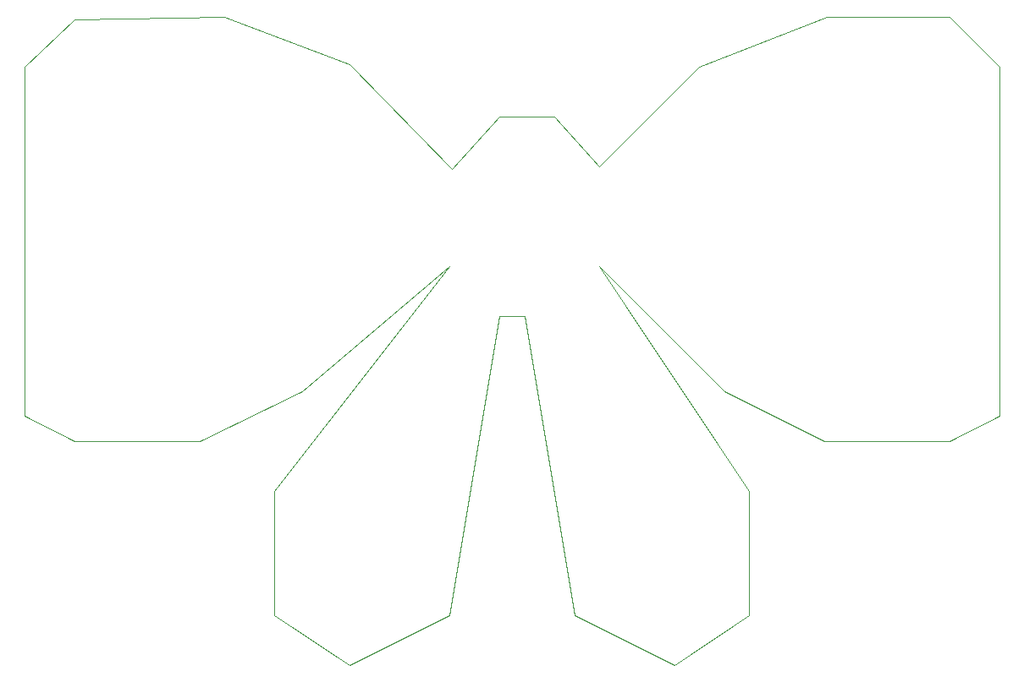
<source format=gm1>
G04 #@! TF.GenerationSoftware,KiCad,Pcbnew,9.0.2*
G04 #@! TF.CreationDate,2025-06-06T13:56:25-05:00*
G04 #@! TF.ProjectId,bow,626f772e-6b69-4636-9164-5f7063625858,rev?*
G04 #@! TF.SameCoordinates,Original*
G04 #@! TF.FileFunction,Profile,NP*
%FSLAX46Y46*%
G04 Gerber Fmt 4.6, Leading zero omitted, Abs format (unit mm)*
G04 Created by KiCad (PCBNEW 9.0.2) date 2025-06-06 13:56:25*
%MOMM*%
%LPD*%
G01*
G04 APERTURE LIST*
G04 #@! TA.AperFunction,Profile*
%ADD10C,0.050000*%
G04 #@! TD*
G04 APERTURE END LIST*
D10*
X267500000Y-70000000D02*
X267500000Y-105000000D01*
X262500000Y-107500000D01*
X250000000Y-107500000D01*
X240000000Y-102500000D01*
X227500000Y-90000000D01*
X242500000Y-112500000D01*
X242500000Y-125000000D01*
X235000000Y-130000000D01*
X225000000Y-125000000D01*
X220000000Y-95000000D01*
X217500000Y-95000000D01*
X212500000Y-125000000D01*
X202500000Y-130000000D01*
X195000000Y-125000000D01*
X195000000Y-112500000D01*
X212500000Y-90000000D01*
X197750000Y-102500000D01*
X187500000Y-107500000D01*
X175000000Y-107500000D01*
X170000000Y-105000000D01*
X170000000Y-70000000D01*
X175000000Y-65250000D01*
X190000000Y-65000000D01*
X202500000Y-69750000D01*
X212750000Y-80250000D01*
X217500000Y-75000000D01*
X223000000Y-75000000D01*
X227500000Y-80000000D01*
X237500000Y-70000000D01*
X250250000Y-65000000D01*
X262500000Y-65000000D01*
X267500000Y-70000000D01*
M02*

</source>
